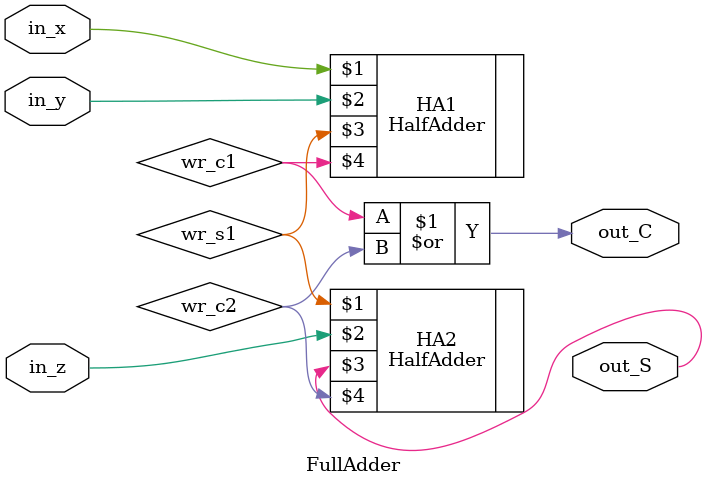
<source format=v>
`timescale 1ns/1ps
module FullAdder(in_x, in_y, in_z, out_S, out_C);
	input in_x, in_y, in_z;
	output out_S, out_C;
	wire wr_c1, wr_c2, wr_s1;

	HalfAdder HA1(in_x, in_y, wr_s1, wr_c1);
	HalfAdder HA2(wr_s1, in_z, out_S, wr_c2);

	or OR2(out_C, wr_c1, wr_c2);
endmodule
</source>
